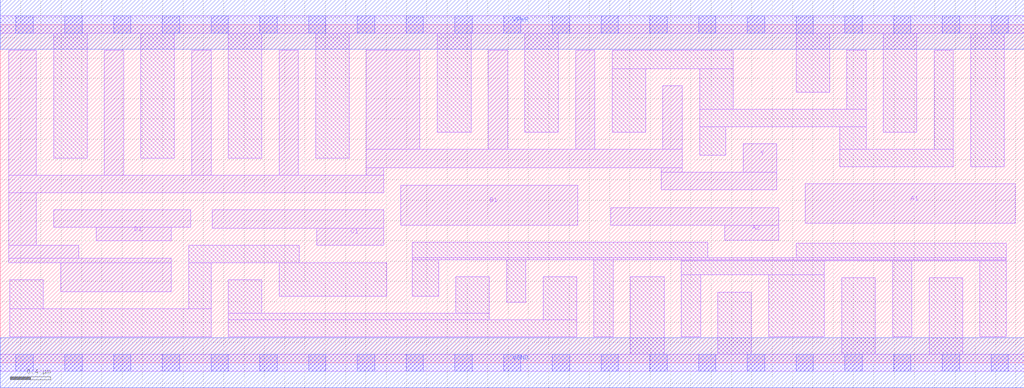
<source format=lef>
# Copyright 2020 The SkyWater PDK Authors
#
# Licensed under the Apache License, Version 2.0 (the "License");
# you may not use this file except in compliance with the License.
# You may obtain a copy of the License at
#
#     https://www.apache.org/licenses/LICENSE-2.0
#
# Unless required by applicable law or agreed to in writing, software
# distributed under the License is distributed on an "AS IS" BASIS,
# WITHOUT WARRANTIES OR CONDITIONS OF ANY KIND, either express or implied.
# See the License for the specific language governing permissions and
# limitations under the License.
#
# SPDX-License-Identifier: Apache-2.0

VERSION 5.7 ;
  NOWIREEXTENSIONATPIN ON ;
  DIVIDERCHAR "/" ;
  BUSBITCHARS "[]" ;
UNITS
  DATABASE MICRONS 200 ;
END UNITS
MACRO sky130_fd_sc_lp__o2111ai_4
  CLASS CORE ;
  FOREIGN sky130_fd_sc_lp__o2111ai_4 ;
  ORIGIN  0.000000  0.000000 ;
  SIZE  10.08000 BY  3.330000 ;
  SYMMETRY X Y R90 ;
  SITE unit ;
  PIN A1
    ANTENNAGATEAREA  1.260000 ;
    DIRECTION INPUT ;
    USE SIGNAL ;
    PORT
      LAYER li1 ;
        RECT 7.925000 1.375000 9.995000 1.760000 ;
    END
  END A1
  PIN A2
    ANTENNAGATEAREA  1.260000 ;
    DIRECTION INPUT ;
    USE SIGNAL ;
    PORT
      LAYER li1 ;
        RECT 6.010000 1.355000 7.665000 1.525000 ;
        RECT 7.135000 1.205000 7.665000 1.355000 ;
    END
  END A2
  PIN B1
    ANTENNAGATEAREA  1.260000 ;
    DIRECTION INPUT ;
    USE SIGNAL ;
    PORT
      LAYER li1 ;
        RECT 3.945000 1.355000 5.685000 1.750000 ;
    END
  END B1
  PIN C1
    ANTENNAGATEAREA  1.260000 ;
    DIRECTION INPUT ;
    USE SIGNAL ;
    PORT
      LAYER li1 ;
        RECT 2.085000 1.325000 3.775000 1.505000 ;
        RECT 3.115000 1.155000 3.775000 1.325000 ;
    END
  END C1
  PIN D1
    ANTENNAGATEAREA  1.260000 ;
    DIRECTION INPUT ;
    USE SIGNAL ;
    PORT
      LAYER li1 ;
        RECT 0.525000 1.335000 1.875000 1.505000 ;
        RECT 0.945000 1.200000 1.685000 1.335000 ;
    END
  END D1
  PIN Y
    ANTENNADIFFAREA  4.036200 ;
    DIRECTION OUTPUT ;
    USE SIGNAL ;
    PORT
      LAYER li1 ;
        RECT 0.085000 0.985000 1.685000 1.030000 ;
        RECT 0.085000 1.030000 0.775000 1.155000 ;
        RECT 0.085000 1.155000 0.355000 1.675000 ;
        RECT 0.085000 1.675000 3.775000 1.845000 ;
        RECT 0.085000 1.845000 0.355000 3.075000 ;
        RECT 0.595000 0.700000 1.685000 0.985000 ;
        RECT 1.025000 1.845000 1.215000 3.075000 ;
        RECT 1.885000 1.845000 2.075000 3.075000 ;
        RECT 2.745000 1.845000 2.935000 3.075000 ;
        RECT 3.605000 1.845000 3.775000 1.920000 ;
        RECT 3.605000 1.920000 6.715000 2.100000 ;
        RECT 3.605000 2.100000 4.130000 3.075000 ;
        RECT 4.805000 2.100000 4.995000 3.075000 ;
        RECT 5.665000 2.100000 5.855000 3.075000 ;
        RECT 6.510000 1.705000 7.645000 1.875000 ;
        RECT 6.510000 1.875000 6.715000 1.920000 ;
        RECT 6.525000 2.100000 6.715000 2.725000 ;
        RECT 7.315000 1.875000 7.645000 2.155000 ;
    END
  END Y
  PIN VGND
    DIRECTION INOUT ;
    USE GROUND ;
    PORT
      LAYER met1 ;
        RECT 0.000000 -0.245000 10.080000 0.245000 ;
    END
  END VGND
  PIN VPWR
    DIRECTION INOUT ;
    USE POWER ;
    PORT
      LAYER met1 ;
        RECT 0.000000 3.085000 10.080000 3.575000 ;
    END
  END VPWR
  OBS
    LAYER li1 ;
      RECT 0.000000 -0.085000 10.080000 0.085000 ;
      RECT 0.000000  3.245000 10.080000 3.415000 ;
      RECT 0.095000  0.255000  2.075000 0.530000 ;
      RECT 0.095000  0.530000  0.425000 0.815000 ;
      RECT 0.525000  2.015000  0.855000 3.245000 ;
      RECT 1.385000  2.015000  1.715000 3.245000 ;
      RECT 1.855000  0.530000  2.075000 0.985000 ;
      RECT 1.855000  0.985000  2.945000 1.155000 ;
      RECT 2.245000  0.255000  5.675000 0.425000 ;
      RECT 2.245000  0.425000  4.815000 0.485000 ;
      RECT 2.245000  0.485000  2.575000 0.815000 ;
      RECT 2.245000  2.015000  2.575000 3.245000 ;
      RECT 2.745000  0.655000  3.805000 0.985000 ;
      RECT 3.105000  2.015000  3.435000 3.245000 ;
      RECT 4.055000  0.655000  4.315000 1.015000 ;
      RECT 4.055000  1.015000  9.905000 1.035000 ;
      RECT 4.055000  1.035000  6.965000 1.185000 ;
      RECT 4.300000  2.270000  4.635000 3.245000 ;
      RECT 4.485000  0.485000  4.815000 0.845000 ;
      RECT 4.985000  0.595000  5.175000 1.015000 ;
      RECT 5.165000  2.270000  5.495000 3.245000 ;
      RECT 5.345000  0.425000  5.675000 0.845000 ;
      RECT 5.845000  0.255000  6.035000 1.015000 ;
      RECT 6.025000  2.270000  6.355000 2.895000 ;
      RECT 6.025000  2.895000  7.215000 3.075000 ;
      RECT 6.205000  0.085000  6.535000 0.845000 ;
      RECT 6.705000  0.255000  6.895000 0.865000 ;
      RECT 6.705000  0.865000  8.115000 1.005000 ;
      RECT 6.705000  1.005000  9.905000 1.015000 ;
      RECT 6.885000  2.045000  7.145000 2.325000 ;
      RECT 6.885000  2.325000  8.525000 2.495000 ;
      RECT 6.885000  2.495000  7.215000 2.895000 ;
      RECT 7.065000  0.085000  7.395000 0.695000 ;
      RECT 7.565000  0.255000  8.115000 0.865000 ;
      RECT 7.835000  1.035000  9.905000 1.175000 ;
      RECT 7.835000  2.665000  8.165000 3.245000 ;
      RECT 8.265000  1.930000  9.385000 2.100000 ;
      RECT 8.265000  2.100000  8.525000 2.325000 ;
      RECT 8.285000  0.085000  8.615000 0.835000 ;
      RECT 8.335000  2.495000  8.525000 3.075000 ;
      RECT 8.695000  2.270000  9.025000 3.245000 ;
      RECT 8.785000  0.255000  8.975000 1.005000 ;
      RECT 9.145000  0.085000  9.475000 0.835000 ;
      RECT 9.195000  2.100000  9.385000 3.075000 ;
      RECT 9.555000  1.930000  9.885000 3.245000 ;
      RECT 9.645000  0.255000  9.905000 1.005000 ;
    LAYER mcon ;
      RECT 0.155000 -0.085000 0.325000 0.085000 ;
      RECT 0.155000  3.245000 0.325000 3.415000 ;
      RECT 0.635000 -0.085000 0.805000 0.085000 ;
      RECT 0.635000  3.245000 0.805000 3.415000 ;
      RECT 1.115000 -0.085000 1.285000 0.085000 ;
      RECT 1.115000  3.245000 1.285000 3.415000 ;
      RECT 1.595000 -0.085000 1.765000 0.085000 ;
      RECT 1.595000  3.245000 1.765000 3.415000 ;
      RECT 2.075000 -0.085000 2.245000 0.085000 ;
      RECT 2.075000  3.245000 2.245000 3.415000 ;
      RECT 2.555000 -0.085000 2.725000 0.085000 ;
      RECT 2.555000  3.245000 2.725000 3.415000 ;
      RECT 3.035000 -0.085000 3.205000 0.085000 ;
      RECT 3.035000  3.245000 3.205000 3.415000 ;
      RECT 3.515000 -0.085000 3.685000 0.085000 ;
      RECT 3.515000  3.245000 3.685000 3.415000 ;
      RECT 3.995000 -0.085000 4.165000 0.085000 ;
      RECT 3.995000  3.245000 4.165000 3.415000 ;
      RECT 4.475000 -0.085000 4.645000 0.085000 ;
      RECT 4.475000  3.245000 4.645000 3.415000 ;
      RECT 4.955000 -0.085000 5.125000 0.085000 ;
      RECT 4.955000  3.245000 5.125000 3.415000 ;
      RECT 5.435000 -0.085000 5.605000 0.085000 ;
      RECT 5.435000  3.245000 5.605000 3.415000 ;
      RECT 5.915000 -0.085000 6.085000 0.085000 ;
      RECT 5.915000  3.245000 6.085000 3.415000 ;
      RECT 6.395000 -0.085000 6.565000 0.085000 ;
      RECT 6.395000  3.245000 6.565000 3.415000 ;
      RECT 6.875000 -0.085000 7.045000 0.085000 ;
      RECT 6.875000  3.245000 7.045000 3.415000 ;
      RECT 7.355000 -0.085000 7.525000 0.085000 ;
      RECT 7.355000  3.245000 7.525000 3.415000 ;
      RECT 7.835000 -0.085000 8.005000 0.085000 ;
      RECT 7.835000  3.245000 8.005000 3.415000 ;
      RECT 8.315000 -0.085000 8.485000 0.085000 ;
      RECT 8.315000  3.245000 8.485000 3.415000 ;
      RECT 8.795000 -0.085000 8.965000 0.085000 ;
      RECT 8.795000  3.245000 8.965000 3.415000 ;
      RECT 9.275000 -0.085000 9.445000 0.085000 ;
      RECT 9.275000  3.245000 9.445000 3.415000 ;
      RECT 9.755000 -0.085000 9.925000 0.085000 ;
      RECT 9.755000  3.245000 9.925000 3.415000 ;
  END
END sky130_fd_sc_lp__o2111ai_4
END LIBRARY

</source>
